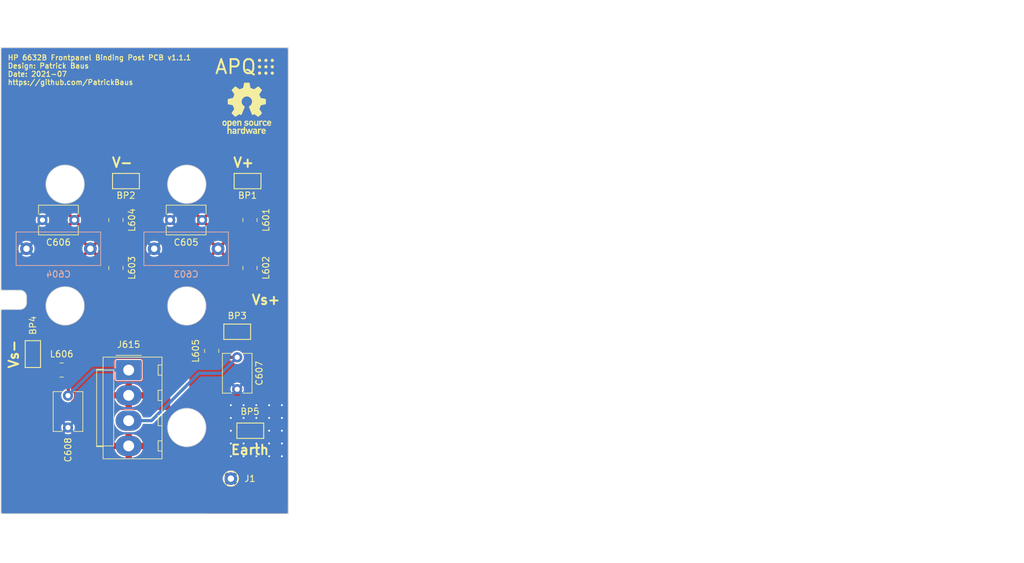
<source format=kicad_pcb>
(kicad_pcb (version 20221018) (generator pcbnew)
  (title_block (title "HP 6632B Front Panel Binding Posts PCB") (date "2021-07-03") (rev "v1.1.1") (comment 1 "Copyright (©) 2020, Patrick Baus <patrick.baus@physik.tu-darmstadt.de>") (comment 2 "Licensed under CERN OHL v.1.2"))
  (layers (0 "F.Cu" signal) (31 "B.Cu" signal) (34 "B.Paste" user) (35 "F.Paste" user) (36 "B.SilkS" user "B.Silkscreen") (37 "F.SilkS" user "F.Silkscreen") (38 "B.Mask" user) (39 "F.Mask" user) (44 "Edge.Cuts" user))
  (net 0 "")
  (net 1 "Earth")
  (net 2 "Net-(C603-Pad1)")
  (net 3 "Net-(C604-Pad2)")
  (net 4 "/V+")
  (net 5 "/V-")
  (net 6 "/V+_sense")
  (net 7 "/V-_sense")
  (net 8 "Net-(J615-Pad2)")
  (net 9 "Net-(C607-Pad1)")
  (net 10 "Net-(C608-Pad2)")
  (net 11 "Net-(J615-Pad4)")
  (footprint "Capacitor_THT:C_Disc_D6.0mm_W4.4mm_P5.00mm" (layer "F.Cu") (at 116.5 77 180)
    (fp_text reference "C605" (at 2.5 -3.5) (layer "F.SilkS"))
    (fp_text value "220p")
    (pad "1" thru_hole circle (at 0 0 180) (size 1.6 1.6) (drill 0.8) (layers "*.Cu" "*.Mask") (net 2 "Net-(C603-Pad1)"))
    (pad "2" thru_hole circle (at 5 0 180) (size 1.6 1.6) (drill 0.8) (layers "*.Cu" "*.Mask") (net 1 "Earth"))
  )
  (footprint "Inductor_SMD:L_1008_2520Metric" (layer "F.Cu") (at 124 77 90)
    (fp_text reference "L601" (at 0 2.5 90) (layer "F.SilkS"))
    (fp_text value "150n")
    (pad "1" smd roundrect (at -1.075 0 90) (size 1.25 2.2) (layers "F.Cu" "F.Paste" "F.Mask") (roundrect_rratio 0.2) (net 2 "Net-(C603-Pad1)"))
    (pad "2" smd roundrect (at 1.075 0 90) (size 1.25 2.2) (layers "F.Cu" "F.Paste" "F.Mask") (roundrect_rratio 0.2) (net 4 "/V+"))
  )
  (footprint "Inductor_SMD:L_1008_2520Metric" (layer "F.Cu") (at 103 84.5 90)
    (fp_text reference "L603" (at 0 2.5 270) (layer "F.SilkS"))
    (fp_text value "150n")
    (pad "1" smd roundrect (at -1.075 0 90) (size 1.25 2.2) (layers "F.Cu" "F.Paste" "F.Mask") (roundrect_rratio 0.2) (net 8 "Net-(J615-Pad2)"))
    (pad "2" smd roundrect (at 1.075 0 90) (size 1.25 2.2) (layers "F.Cu" "F.Paste" "F.Mask") (roundrect_rratio 0.2) (net 3 "Net-(C604-Pad2)"))
  )
  (footprint "Symbol:OSHW-Logo_7.5x8mm_SilkScreen" (layer "F.Cu") (at 123.5 59.5)
    (fp_text reference "LOGO1" hide)
    (fp_text value "Logo_Open_Hardware_Small" hide)
  )
  (footprint "Custom_footprints_project:APQ-Logo_small" (layer "F.Cu") (at 127.5 54 180)
    (fp_text reference "LOGO2" hide)
    (fp_text value "Logo_APQ")
    (fp_text user "APQ" (at 5.75 1) (layer "F.SilkS") (effects (font (size 2.2 2.2) (thickness 0.3))))
  )
  (footprint "TestPoint:TestPoint_Keystone_5019_Minature" (layer "F.Cu") (at 123.625 70.9 180)
    (fp_text reference "BP1" (at 0 -2.25) (layer "F.SilkS"))
    (fp_text value "Conn_01x01")
    (pad "1" smd rect (at 0 0 180) (size 3.8 2) (layers "F.Cu" "F.Paste" "F.Mask") (net 4 "/V+"))
  )
  (footprint "Inductor_SMD:L_1008_2520Metric" (layer "F.Cu") (at 94.5 100.5 180)
    (fp_text reference "L606" (at 0 2.5) (layer "F.SilkS"))
    (fp_text value "150n")
    (pad "1" smd roundrect (at -1.075 0 180) (size 1.25 2.2) (layers "F.Cu" "F.Paste" "F.Mask") (roundrect_rratio 0.2) (net 10 "Net-(C608-Pad2)"))
    (pad "2" smd roundrect (at 1.075 0 180) (size 1.25 2.2) (layers "F.Cu" "F.Paste" "F.Mask") (roundrect_rratio 0.2) (net 7 "/V-_sense"))
  )
  (footprint "Capacitor_THT:C_Disc_D6.0mm_W4.4mm_P5.00mm" (layer "F.Cu") (at 122 98.5 -90)
    (fp_text reference "C607" (at 2.5 -3.45 90) (layer "F.SilkS"))
    (fp_text value "220p")
    (pad "1" thru_hole circle (at 0 0 270) (size 1.6 1.6) (drill 0.8) (layers "*.Cu" "*.Mask") (net 9 "Net-(C607-Pad1)"))
    (pad "2" thru_hole circle (at 5 0 270) (size 1.6 1.6) (drill 0.8) (layers "*.Cu" "*.Mask") (net 1 "Earth"))
  )
  (footprint "Capacitor_THT:C_Disc_D6.0mm_W4.4mm_P5.00mm" (layer "F.Cu") (at 95.5 109.5 90)
    (fp_text reference "C608" (at -3.5 0 90) (layer "F.SilkS"))
    (fp_text value "220p")
    (pad "1" thru_hole circle (at 0 0 90) (size 1.6 1.6) (drill 0.8) (layers "*.Cu" "*.Mask") (net 1 "Earth"))
    (pad "2" thru_hole circle (at 5 0 90) (size 1.6 1.6) (drill 0.8) (layers "*.Cu" "*.Mask") (net 10 "Net-(C608-Pad2)"))
  )
  (footprint "TestPoint:TestPoint_Keystone_5019_Minature" (layer "F.Cu") (at 124.05 110 180)
    (fp_text reference "BP5" (at 0.05 3) (layer "F.SilkS"))
    (fp_text value "Conn_01x01")
    (pad "1" smd rect (at 0 0 180) (size 3.8 2) (layers "F.Cu" "F.Paste" "F.Mask") (net 1 "Earth"))
  )
  (footprint "Inductor_SMD:L_1008_2520Metric" (layer "F.Cu") (at 124 84.5 90)
    (fp_text reference "L602" (at 0 2.5 270) (layer "F.SilkS"))
    (fp_text value "150n")
    (pad "1" smd roundrect (at -1.075 0 90) (size 1.25 2.2) (layers "F.Cu" "F.Paste" "F.Mask") (roundrect_rratio 0.2) (net 11 "Net-(J615-Pad4)"))
    (pad "2" smd roundrect (at 1.075 0 90) (size 1.25 2.2) (layers "F.Cu" "F.Paste" "F.Mask") (roundrect_rratio 0.2) (net 2 "Net-(C603-Pad1)"))
  )
  (footprint "Inductor_SMD:L_1008_2520Metric" (layer "F.Cu") (at 103 77 90)
    (fp_text reference "L604" (at 0 2.5 90) (layer "F.SilkS"))
    (fp_text value "150n")
    (pad "1" smd roundrect (at -1.075 0 90) (size 1.25 2.2) (layers "F.Cu" "F.Paste" "F.Mask") (roundrect_rratio 0.2) (net 3 "Net-(C604-Pad2)"))
    (pad "2" smd roundrect (at 1.075 0 90) (size 1.25 2.2) (layers "F.Cu" "F.Paste" "F.Mask") (roundrect_rratio 0.2) (net 5 "/V-"))
  )
  (footprint "Inductor_SMD:L_1008_2520Metric" (layer "F.Cu") (at 118 97.5 90)
    (fp_text reference "L605" (at 0 -2.5 90) (layer "F.SilkS"))
    (fp_text value "150n")
    (pad "1" smd roundrect (at -1.075 0 90) (size 1.25 2.2) (layers "F.Cu" "F.Paste" "F.Mask") (roundrect_rratio 0.2) (net 9 "Net-(C607-Pad1)"))
    (pad "2" smd roundrect (at 1.075 0 90) (size 1.25 2.2) (layers "F.Cu" "F.Paste" "F.Mask") (roundrect_rratio 0.2) (net 6 "/V+_sense"))
  )
  (footprint "TestPoint:TestPoint_Keystone_5019_Minature" (layer "F.Cu") (at 104.575 70.9 180)
    (fp_text reference "BP2" (at 0 -2.25) (layer "F.SilkS"))
    (fp_text value "Conn_01x01")
    (pad "1" smd rect (at 0 0 180) (size 3.8 2) (layers "F.Cu" "F.Paste" "F.Mask") (net 5 "/V-"))
  )
  (footprint "TestPoint:TestPoint_THTPad_D2.0mm_Drill1.0mm" (layer "F.Cu") (at 121 117.5 180)
    (fp_text reference "J1" (at -3 0) (layer "F.SilkS"))
    (fp_text value "Conn_01x01")
    (pad "1" thru_hole circle (at 0 0 180) (size 2 2) (drill 1) (layers "*.Cu" "*.Mask") (net 1 "Earth"))
  )
  (footprint "Connector_Molex:Molex_KK-396_A-41791-0004_1x04_P3.96mm_Vertical" (layer "F.Cu") (at 105 100.5 -90)
    (fp_text reference "J615" (at -4 0 180) (layer "F.SilkS"))
    (fp_text value "Conn_01x04_Male")
    (pad "1" thru_hole roundrect (at 0 0 270) (size 3.16 4.1) (drill 1.7) (layers "*.Cu" "*.Mask") (roundrect_rratio 0.07911392405) (net 10 "Net-(C608-Pad2)"))
    (pad "2" thru_hole oval (at 3.96 0 270) (size 3.16 4.1) (drill 1.7) (layers "*.Cu" "*.Mask") (net 8 "Net-(J615-Pad2)"))
    (pad "3" thru_hole oval (at 7.92 0 270) (size 3.16 4.1) (drill 1.7) (layers "*.Cu" "*.Mask") (net 9 "Net-(C607-Pad1)"))
    (pad "4" thru_hole oval (at 11.88 0 270) (size 3.16 4.1) (drill 1.7) (layers "*.Cu" "*.Mask") (net 11 "Net-(J615-Pad4)"))
  )
  (footprint "Capacitor_THT:C_Disc_D6.0mm_W4.4mm_P5.00mm" (layer "F.Cu") (at 91.5 77)
    (fp_text reference "C606" (at 2.5 3.5) (layer "F.SilkS"))
    (fp_text value "220p")
    (pad "1" thru_hole circle (at 0 0) (size 1.6 1.6) (drill 0.8) (layers "*.Cu" "*.Mask") (net 1 "Earth"))
    (pad "2" thru_hole circle (at 5 0) (size 1.6 1.6) (drill 0.8) (layers "*.Cu" "*.Mask") (net 3 "Net-(C604-Pad2)"))
  )
  (footprint "TestPoint:TestPoint_Keystone_5019_Minature" (layer "F.Cu") (at 122 94.5 180)
    (fp_text reference "BP3" (at 0 2.5) (layer "F.SilkS"))
    (fp_text value "Conn_01x01")
    (pad "1" smd rect (at 0 0 180) (size 3.8 2) (layers "F.Cu" "F.Paste" "F.Mask") (net 6 "/V+_sense"))
  )
  (footprint "TestPoint:TestPoint_Keystone_5019_Minature" (layer "F.Cu") (at 90 98 -90)
    (fp_text reference "BP4" (at -4.5 0 90) (layer "F.SilkS"))
    (fp_text value "Conn_01x01")
    (pad "1" smd rect (at 0 0 270) (size 3.8 2) (layers "F.Cu" "F.Paste" "F.Mask") (net 7 "/V-_sense"))
  )
  (footprint "Capacitor_THT:C_Rect_L13.0mm_W5.0mm_P10.00mm_FKS3_FKP3_MKS4" (layer "B.Cu") (at 89 81.5)
    (fp_text reference "C604" (at 5 4) (layer "B.SilkS") (effects (justify mirror)))
    (fp_text value "4.7n")
    (pad "1" thru_hole circle (at 0 0) (size 2 2) (drill 1) (layers "*.Cu" "*.Mask") (net 1 "Earth"))
    (pad "2" thru_hole circle (at 10 0) (size 2 2) (drill 1) (layers "*.Cu" "*.Mask") (net 3 "Net-(C604-Pad2)"))
  )
  (footprint "Capacitor_THT:C_Rect_L13.0mm_W5.0mm_P10.00mm_FKS3_FKP3_MKS4" (layer "B.Cu") (at 119 81.5 180)
    (fp_text reference "C603" (at 5 -4) (layer "B.SilkS") (effects (justify mirror)))
    (fp_text value "4.7n")
    (pad "1" thru_hole circle (at 0 0 180) (size 2 2) (drill 1) (layers "*.Cu" "*.Mask") (net 2 "Net-(C603-Pad1)"))
    (pad "2" thru_hole circle (at 10 0 180) (size 2 2) (drill 1) (layers "*.Cu" "*.Mask") (net 1 "Earth"))
  )
  (gr_line (start 85 123) (end 130 123) (stroke (width 0.1)) (layer "Edge.Cuts"))
  (gr_line (start 85 50) (end 85 88) (stroke (width 0.1)) (layer "Edge.Cuts"))
  (gr_circle (center 95.05 71.4) (end 98.05 71.4) (stroke (width 0.1)) (fill none) (layer "Edge.Cuts"))
  (gr_circle (center 114.1 90.45) (end 117.1 90.45) (stroke (width 0.1)) (fill none) (layer "Edge.Cuts"))
  (gr_circle (center 114.1 109.5) (end 117.1 109.5) (stroke (width 0.1)) (fill none) (layer "Edge.Cuts"))
  (gr_circle (center 114.1 71.4) (end 117.1 71.4) (stroke (width 0.1)) (fill none) (layer "Edge.Cuts"))
  (gr_line (start 89 89) (end 89 90) (stroke (width 0.1)) (layer "Edge.Cuts"))
  (gr_circle (center 95.05 90.45) (end 98.05 90.45) (stroke (width 0.1)) (fill none) (layer "Edge.Cuts"))
  (gr_arc (start 89 90) (mid 88.707107 90.707107) (end 88 91) (stroke (width 0.1)) (layer "Edge.Cuts"))
  (gr_line (start 130 123) (end 130 50) (stroke (width 0.1)) (layer "Edge.Cuts"))
  (gr_line (start 88 91) (end 85 91) (stroke (width 0.1)) (layer "Edge.Cuts"))
  (gr_line (start 85 88) (end 88 88) (stroke (width 0.1)) (layer "Edge.Cuts"))
  (gr_arc (start 88 88) (mid 88.707107 88.292893) (end 89 89) (stroke (width 0.1)) (layer "Edge.Cuts"))
  (gr_line (start 85 91) (end 85 123) (stroke (width 0.1)) (layer "Edge.Cuts"))
  (gr_line (start 130 50) (end 85 50) (stroke (width 0.1)) (layer "Edge.Cuts"))
  (gr_text "Vs-" (at 87 98 90) (layer "F.SilkS") (effects (font (size 1.5 1.5) (thickness 0.3))))
  (gr_text "Vs+" (at 126.5 89.5) (layer "F.SilkS") (effects (font (size 1.5 1.5) (thickness 0.3))))
  (gr_text "Earth" (at 124 113) (layer "F.SilkS") (effects (font (size 1.5 1.5) (thickness 0.3))))
  (gr_text "V-" (at 104 68) (layer "F.SilkS") (effects (font (size 1.5 1.5) (thickness 0.3))))
  (gr_text "V+" (at 123 68) (layer "F.SilkS") (effects (font (size 1.5 1.5) (thickness 0.3))))
  (gr_text "HP 6632B Frontpanel Binding Post PCB v1.1.1\nDesign: Patrick Baus\nDate: 2021-07\nhttps://github.com/PatrickBaus" (at 86 53.5) (layer "F.SilkS") (effects (font (size 0.8 0.8)) (justify left)))
  (segment (start 122 105) (end 121 106) (width 1) (layer "F.Cu") (net 1))
  (segment (start 122 103.5) (end 122 105) (width 1) (layer "F.Cu") (net 1))
  (segment (start 122 105) (end 123 106) (width 1) (layer "F.Cu") (net 1))
  (via (at 127 112) (size 0.6) (drill 0.3) (layers "F.Cu" "B.Cu") (net 1))
  (via (at 121 112) (size 0.6) (drill 0.3) (layers "F.Cu" "B.Cu") (net 1))
  (via (at 123 112) (size 0.6) (drill 0.3) (layers "F.Cu" "B.Cu") (net 1))
  (via (at 129 112) (size 0.6) (drill 0.3) (layers "F.Cu" "B.Cu") (net 1))
  (via (at 125 112) (size 0.6) (drill 0.3) (layers "F.Cu" "B.Cu") (net 1))
  (via (at 127 110) (size 0.6) (drill 0.3) (layers "F.Cu" "B.Cu") (net 1))
  (via (at 129 110) (size 0.6) (drill 0.3) (layers "F.Cu" "B.Cu") (net 1))
  (via (at 121 110) (size 0.6) (drill 0.3) (layers "F.Cu" "B.Cu") (net 1))
  (via (at 125 108) (size 0.6) (drill 0.3) (layers "F.Cu" "B.Cu") (net 1))
  (via (at 123 108) (size 0.6) (drill 0.3) (layers "F.Cu" "B.Cu") (net 1))
  (via (at 121 108) (size 0.6) (drill 0.3) (layers "F.Cu" "B.Cu") (net 1))
  (via (at 127 108) (size 0.6) (drill 0.3) (layers "F.Cu" "B.Cu") (net 1))
  (via (at 129 108) (size 0.6) (drill 0.3) (layers "F.Cu" "B.Cu") (net 1))
  (via (at 127 106) (size 0.6) (drill 0.3) (layers "F.Cu" "B.Cu") (net 1))
  (via (at 121 106) (size 0.6) (drill 0.3) (layers "F.Cu" "B.Cu") (net 1))
  (via (at 129 106) (size 0.6) (drill 0.3) (layers "F.Cu" "B.Cu") (net 1))
  (via (at 125 106) (size 0.6) (drill 0.3) (layers "F.Cu" "B.Cu") (net 1))
  (via (at 123 106) (size 0.6) (drill 0.3) (layers "F.Cu" "B.Cu") (net 1))
  (via (at 125 114) (size 0.6) (drill 0.3) (layers "F.Cu" "B.Cu") (net 1))
  (via (at 123 114) (size 0.6) (drill 0.3) (layers "F.Cu" "B.Cu") (net 1))
  (via (at 127 114) (size 0.6) (drill 0.3) (layers "F.Cu" "B.Cu") (net 1))
  (via (at 129 114) (size 0.6) (drill 0.3) (layers "F.Cu" "B.Cu") (net 1))
  (via (at 121 114) (size 0.6) (drill 0.3) (layers "F.Cu" "B.Cu") (net 1))
  (segment (start 119.925 94.5) (end 118 96.425) (width 0.5) (layer "F.Cu") (net 6))
  (segment (start 122 94.5) (end 119.925 94.5) (width 0.5) (layer "F.Cu") (net 6))
  (segment (start 93.425 98.925) (end 93.425 100.5) (width 0.5) (layer "F.Cu") (net 7))
  (segment (start 92.5 98) (end 93.425 98.925) (width 0.5) (layer "F.Cu") (net 7))
  (segment (start 90 98) (end 92.5 98) (width 0.5) (layer "F.Cu") (net 7))
  (segment (start 120.025 98.575) (end 118 98.575) (width 0.5) (layer "F.Cu") (net 9))
  (segment (start 122 98.5) (end 120.1 98.5) (width 0.5) (layer "F.Cu") (net 9))
  (segment (start 120.1 98.5) (end 120.025 98.575) (width 0.5) (layer "F.Cu") (net 9))
  (segment (start 116 101) (end 119.5 101) (width 0.5) (layer "B.Cu") (net 9))
  (segment (start 119.5 101) (end 122 98.5) (width 0.5) (layer "B.Cu") (net 9))
  (segment (start 108.58 108.42) (end 116 101) (width 0.5) (layer "B.Cu") (net 9))
  (segment (start 108.58 108.42) (end 105 108.42) (width 0.5) (layer "B.Cu") (net 9))
  (segment (start 95.575 104.425) (end 95.5 104.5) (width 0.5) (layer "F.Cu") (net 10))
  (segment (start 95.575 100.5) (end 95.575 104.425) (width 0.5) (layer "F.Cu") (net 10))
  (segment (start 99.5 100.5) (end 95.5 104.5) (width 0.5) (layer "B.Cu") (net 10))
  (segment (start 99.5 100.5) (end 105 100.5) (width 0.5) (layer "B.Cu") (net 10))
  (zone (net 1) (net_name "Earth") (layer "F.Cu") (priority 2) (connect_pads (clearance 0.5)) (min_thickness 0.25) (fill yes (thermal_gap 0.25) (thermal_bridge_width 0.5) (smoothing chamfer) (radius 0.25))
    (polygon (pts (xy 117 116.5) (xy 120 113.5) (xy 120 105) (xy 130 105) (xy 130 123) (xy 117 123)))
  )
  (zone (net 8) (net_name "Net-(J615-Pad2)") (layer "F.Cu") (priority 2) (connect_pads (clearance 0.15)) (min_thickness 0.25) (fill yes (thermal_gap 0.25) (thermal_bridge_width 1) (smoothing chamfer) (radius 0.25))
    (polygon (pts (xy 95.5 90) (xy 100.5 85) (xy 105.5 85) (xy 111.5 90.5) (xy 111.5 106.75) (xy 97.25 106.75) (xy 95.5 105)))
  )
  (zone (net 11) (net_name "Net-(J615-Pad4)") (layer "F.Cu") (connect_pads (clearance 0.25)) (min_thickness 0.25) (fill yes (thermal_gap 0.25) (thermal_bridge_width 1) (smoothing chamfer) (radius 0.25))
    (polygon (pts (xy 101.5 110.25) (xy 114.5 110.25) (xy 114.5 85) (xy 126.5 85) (xy 130 88.5) (xy 130 95) (xy 130 120) (xy 101.5 120)))
  )
  (zone (net 3) (net_name "Net-(C604-Pad2)") (layer "F.Cu") (priority 1) (connect_pads (clearance 0.15)) (min_thickness 0.25) (fill yes (thermal_gap 0.5) (thermal_bridge_width 0.5) (smoothing chamfer) (radius 0.25))
    (polygon (pts (xy 94.5 75) (xy 97 75) (xy 99.5 77.5) (xy 105.5 77.5) (xy 107.5 79.5) (xy 107.5 82) (xy 105.5 84) (xy 94.5 84)))
  )
  (zone (net 5) (net_name "/V-") (layer "F.Cu") (connect_pads (clearance 0.15)) (min_thickness 0.25) (fill yes (thermal_gap 0.5) (thermal_bridge_width 0.5) (smoothing chamfer) (radius 0.25))
    (polygon (pts (xy 99.5 68) (xy 109.5 68) (xy 109.5 72.5) (xy 105.5 76.5) (xy 100.5 76.5) (xy 99.5 75.5)))
  )
  (zone (net 2) (net_name "Net-(C603-Pad1)") (layer "F.Cu") (priority 1) (connect_pads (clearance 0.15)) (min_thickness 0.25) (fill yes (thermal_gap 0.5) (thermal_bridge_width 0.5) (smoothing chamfer) (radius 0.25))
    (polygon (pts (xy 114.5 75) (xy 117.5 75) (xy 120 77.5) (xy 126.5 77.5) (xy 129 80) (xy 129 81.5) (xy 126.5 84) (xy 121.5 84) (xy 121 83.5) (xy 117 83.5) (xy 114.5 81)))
  )
  (zone (net 4) (net_name "/V+") (layer "F.Cu") (connect_pads (clearance 0.15)) (min_thickness 0.25) (fill yes (thermal_gap 0.5) (thermal_bridge_width 0.5) (smoothing chamfer) (radius 0.25))
    (polygon (pts (xy 119 68) (xy 129 68) (xy 129 74) (xy 126.5 76.5) (xy 121.5 76.5) (xy 119 74)))
  )
  (zone (net 1) (net_name "Earth") (layer "B.Cu") (priority 2) (connect_pads (clearance 0.25)) (min_thickness 0.25) (fill yes (thermal_gap 0.25) (thermal_bridge_width 0.5) (smoothing chamfer) (radius 0.25))
    (polygon (pts (xy 85 50) (xy 130 50) (xy 130 123) (xy 85 123)))
  )
)
</source>
